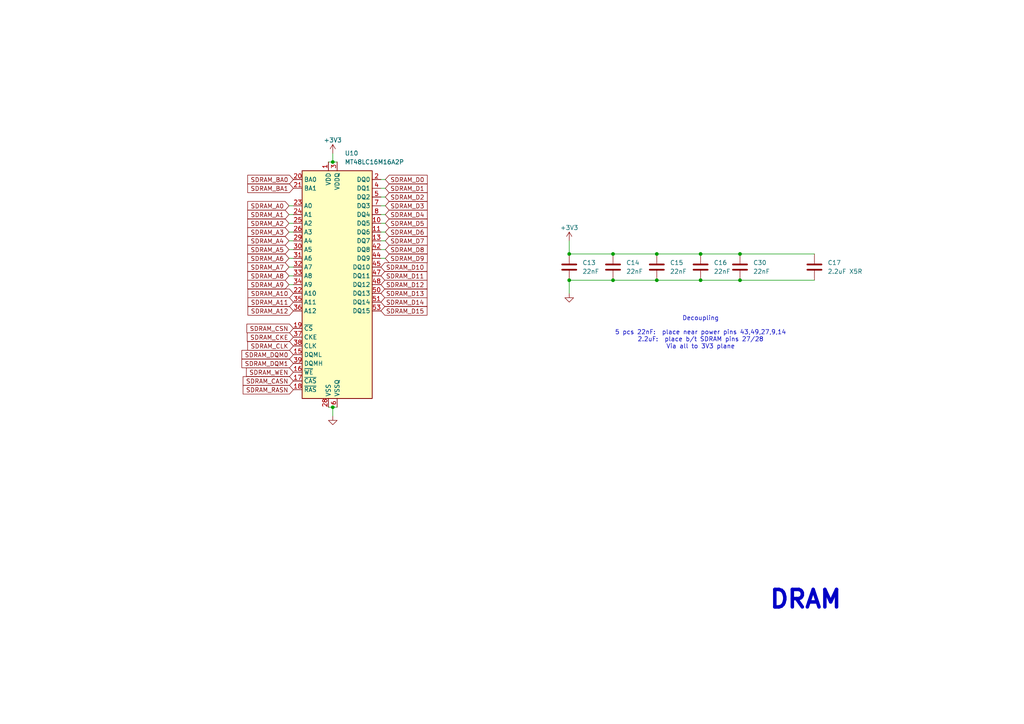
<source format=kicad_sch>
(kicad_sch (version 20231120) (generator "eeschema") (generator_version "8.0")
  (paper "A4")
  (lib_symbols
    (symbol "Device:C" (pin_numbers hide) (pin_names (offset 0.254))
      (property "Reference" "C" (at 0.635 2.54 0))
      (property "Value" "C" (at 0.635 -2.54 0))
      (symbol "C_0_1"
        (polyline (pts (xy -2.032 -0.762) (xy 2.032 -0.762)) (stroke (width 0.508)))
        (polyline (pts (xy -2.032 0.762) (xy 2.032 0.762)) (stroke (width 0.508)))
      )
      (symbol "C_1_1"
        (pin passive line (at 0 3.81 270) (length 2.794) (name "~") (number "1"))
        (pin passive line (at 0 -3.81 90) (length 2.794) (name "~") (number "2"))
      )
    )
    (symbol "Memory_RAM:MT48LC16M16A2P"
      (property "Reference" "U" (at -8.89 34.29 0))
      (property "Value" "MT48LC16M16A2P" (at 8.89 34.29 0))
      (symbol "MT48LC16M16A2P_0_1"
        (rectangle (start -10.16 33.02) (end 10.16 -33.02) (stroke (width 0.254)) (fill (type background)))
      )
      (symbol "MT48LC16M16A2P_1_1"
        (pin power_in line (at -2.54 35.56 270) (length 2.54) (name "VDD") (number "1"))
        (pin bidirectional line (at 12.7 17.78 180) (length 2.54) (name "DQ5") (number "10"))
        (pin bidirectional line (at 12.7 15.24 180) (length 2.54) (name "DQ6") (number "11"))
        (pin passive line (at 0 -35.56 90) (length 2.54) hide (name "VSSQ") (number "12"))
        (pin bidirectional line (at 12.7 12.7 180) (length 2.54) (name "DQ7") (number "13"))
        (pin passive line (at -2.54 35.56 270) (length 2.54) hide (name "VDD") (number "14"))
        (pin input line (at -12.7 -20.32 0) (length 2.54) (name "DQML") (number "15"))
        (pin input line (at -12.7 -25.4 0) (length 2.54) (name "~{WE}") (number "16"))
        (pin input line (at -12.7 -27.94 0) (length 2.54) (name "~{CAS}") (number "17"))
        (pin input line (at -12.7 -30.48 0) (length 2.54) (name "~{RAS}") (number "18"))
        (pin input line (at -12.7 -12.7 0) (length 2.54) (name "~{CS}") (number "19"))
        (pin bidirectional line (at 12.7 30.48 180) (length 2.54) (name "DQ0") (number "2"))
        (pin input line (at -12.7 30.48 0) (length 2.54) (name "BA0") (number "20"))
        (pin input line (at -12.7 27.94 0) (length 2.54) (name "BA1") (number "21"))
        (pin input line (at -12.7 -2.54 0) (length 2.54) (name "A10") (number "22"))
        (pin input line (at -12.7 22.86 0) (length 2.54) (name "A0") (number "23"))
        (pin input line (at -12.7 20.32 0) (length 2.54) (name "A1") (number "24"))
        (pin input line (at -12.7 17.78 0) (length 2.54) (name "A2") (number "25"))
        (pin input line (at -12.7 15.24 0) (length 2.54) (name "A3") (number "26"))
        (pin passive line (at -2.54 35.56 270) (length 2.54) hide (name "VDD") (number "27"))
        (pin power_in line (at -2.54 -35.56 90) (length 2.54) (name "VSS") (number "28"))
        (pin input line (at -12.7 12.7 0) (length 2.54) (name "A4") (number "29"))
        (pin power_in line (at 0 35.56 270) (length 2.54) (name "VDDQ") (number "3"))
        (pin input line (at -12.7 10.16 0) (length 2.54) (name "A5") (number "30"))
        (pin input line (at -12.7 7.62 0) (length 2.54) (name "A6") (number "31"))
        (pin input line (at -12.7 5.08 0) (length 2.54) (name "A7") (number "32"))
        (pin input line (at -12.7 2.54 0) (length 2.54) (name "A8") (number "33"))
        (pin input line (at -12.7 0 0) (length 2.54) (name "A9") (number "34"))
        (pin input line (at -12.7 -5.08 0) (length 2.54) (name "A11") (number "35"))
        (pin input line (at -12.7 -7.62 0) (length 2.54) (name "A12") (number "36"))
        (pin input line (at -12.7 -15.24 0) (length 2.54) (name "CKE") (number "37"))
        (pin input line (at -12.7 -17.78 0) (length 2.54) (name "CLK") (number "38"))
        (pin input line (at -12.7 -22.86 0) (length 2.54) (name "DQMH") (number "39"))
        (pin bidirectional line (at 12.7 27.94 180) (length 2.54) (name "DQ1") (number "4"))
        (pin no_connect line (at 10.16 -20.32 180) (length 2.54) hide (name "NC") (number "40"))
        (pin passive line (at -2.54 -35.56 90) (length 2.54) hide (name "VSS") (number "41"))
        (pin bidirectional line (at 12.7 10.16 180) (length 2.54) (name "DQ8") (number "42"))
        (pin passive line (at 0 35.56 270) (length 2.54) hide (name "VDDQ") (number "43"))
        (pin bidirectional line (at 12.7 7.62 180) (length 2.54) (name "DQ9") (number "44"))
        (pin bidirectional line (at 12.7 5.08 180) (length 2.54) (name "DQ10") (number "45"))
        (pin passive line (at 0 -35.56 90) (length 2.54) hide (name "VSSQ") (number "46"))
        (pin bidirectional line (at 12.7 2.54 180) (length 2.54) (name "DQ11") (number "47"))
        (pin bidirectional line (at 12.7 0 180) (length 2.54) (name "DQ12") (number "48"))
        (pin passive line (at 0 35.56 270) (length 2.54) hide (name "VDDQ") (number "49"))
        (pin bidirectional line (at 12.7 25.4 180) (length 2.54) (name "DQ2") (number "5"))
        (pin bidirectional line (at 12.7 -2.54 180) (length 2.54) (name "DQ13") (number "50"))
        (pin bidirectional line (at 12.7 -5.08 180) (length 2.54) (name "DQ14") (number "51"))
        (pin passive line (at 0 -35.56 90) (length 2.54) hide (name "VSSQ") (number "52"))
        (pin bidirectional line (at 12.7 -7.62 180) (length 2.54) (name "DQ15") (number "53"))
        (pin passive line (at -2.54 -35.56 90) (length 2.54) hide (name "VSS") (number "54"))
        (pin power_in line (at 0 -35.56 90) (length 2.54) (name "VSSQ") (number "6"))
        (pin bidirectional line (at 12.7 22.86 180) (length 2.54) (name "DQ3") (number "7"))
        (pin bidirectional line (at 12.7 20.32 180) (length 2.54) (name "DQ4") (number "8"))
        (pin passive line (at 0 35.56 270) (length 2.54) hide (name "VDDQ") (number "9"))
      )
    )
    (symbol "power:+3V3" (power) (pin_numbers hide) (pin_names (offset 0) hide)
      (property "Value" "+3V3" (at 0 3.556 0))
      (symbol "+3V3_0_1"
        (polyline (pts (xy -0.762 1.27) (xy 0 2.54)))
        (polyline (pts (xy 0 0) (xy 0 2.54)))
        (polyline (pts (xy 0 2.54) (xy 0.762 1.27)))
      )
      (symbol "+3V3_1_1"
        (pin power_in line (at 0 0 90) (length 0) (name "~") (number "1"))
      )
    )
    (symbol "power:GND" (power) (pin_numbers hide) (pin_names (offset 0) hide)
      (property "Value" "GND" (at 0 -3.81 0))
      (symbol "GND_0_1"
        (polyline (pts (xy 0 0) (xy 0 -1.27) (xy 1.27 -1.27) (xy 0 -2.54) (xy -1.27 -1.27) (xy 0 -1.27)))
      )
      (symbol "GND_1_1"
        (pin power_in line (at 0 0 270) (length 0) (name "~") (number "1"))
      )
    )
  )
  (junction (at 165.1 81.28))
  (junction (at 177.8 81.28))
  (junction (at 214.63 73.66))
  (junction (at 96.52 118.11))
  (junction (at 177.8 73.66))
  (junction (at 96.52 46.99))
  (junction (at 190.5 73.66))
  (junction (at 203.2 81.28))
  (junction (at 214.63 81.28))
  (junction (at 190.5 81.28))
  (junction (at 165.1 73.66))
  (junction (at 203.2 73.66))
  (wire (pts (xy 83.82 62.23) (xy 85.09 62.23)))
  (wire (pts (xy 97.79 118.11) (xy 96.52 118.11)))
  (wire (pts (xy 83.82 59.69) (xy 85.09 59.69)))
  (wire (pts (xy 96.52 44.45) (xy 96.52 46.99)))
  (wire (pts (xy 96.52 118.11) (xy 95.25 118.11)))
  (wire (pts (xy 111.76 54.61) (xy 110.49 54.61)))
  (wire (pts (xy 83.82 80.01) (xy 85.09 80.01)))
  (wire (pts (xy 165.1 81.28) (xy 177.8 81.28)))
  (wire (pts (xy 177.8 81.28) (xy 190.5 81.28)))
  (wire (pts (xy 165.1 85.09) (xy 165.1 81.28)))
  (wire (pts (xy 96.52 46.99) (xy 95.25 46.99)))
  (wire (pts (xy 83.82 67.31) (xy 85.09 67.31)))
  (wire (pts (xy 190.5 81.28) (xy 203.2 81.28)))
  (wire (pts (xy 83.82 69.85) (xy 85.09 69.85)))
  (wire (pts (xy 203.2 81.28) (xy 214.63 81.28)))
  (wire (pts (xy 165.1 73.66) (xy 177.8 73.66)))
  (wire (pts (xy 111.76 62.23) (xy 110.49 62.23)))
  (wire (pts (xy 177.8 73.66) (xy 190.5 73.66)))
  (wire (pts (xy 214.63 81.28) (xy 236.22 81.28)))
  (wire (pts (xy 111.76 64.77) (xy 110.49 64.77)))
  (wire (pts (xy 111.76 72.39) (xy 110.49 72.39)))
  (wire (pts (xy 111.76 69.85) (xy 110.49 69.85)))
  (wire (pts (xy 165.1 69.85) (xy 165.1 73.66)))
  (wire (pts (xy 111.76 57.15) (xy 110.49 57.15)))
  (wire (pts (xy 111.76 74.93) (xy 110.49 74.93)))
  (wire (pts (xy 111.76 52.07) (xy 110.49 52.07)))
  (wire (pts (xy 96.52 120.65) (xy 96.52 118.11)))
  (wire (pts (xy 97.79 46.99) (xy 96.52 46.99)))
  (wire (pts (xy 111.76 67.31) (xy 110.49 67.31)))
  (wire (pts (xy 111.76 59.69) (xy 110.49 59.69)))
  (wire (pts (xy 236.22 73.66) (xy 214.63 73.66)))
  (wire (pts (xy 83.82 77.47) (xy 85.09 77.47)))
  (wire (pts (xy 214.63 73.66) (xy 203.2 73.66)))
  (wire (pts (xy 190.5 73.66) (xy 203.2 73.66)))
  (wire (pts (xy 83.82 64.77) (xy 85.09 64.77)))
  (wire (pts (xy 83.82 74.93) (xy 85.09 74.93)))
  (wire (pts (xy 83.82 82.55) (xy 85.09 82.55)))
  (wire (pts (xy 83.82 72.39) (xy 85.09 72.39)))
  (text "DRAM" (at 233.68 173.99 0) (effects (font (size 5.08 5.08) (bold yes))))
  (text "Decoupling\n\n5 pcs 22nF:  place near power pins 43,49,27,9,14\n2.2uF:  place b/t SDRAM pins 27/28\nVia all to 3V3 plane" (at 203.2 96.52 0) (effects (font (size 1.27 1.27))))
  (global_label "SDRAM_A9" (shape input) (at 83.82 82.55 180) (property "Intersheetrefs" "${INTERSHEET_REFS}" (effects (hide yes))))
  (global_label "SDRAM_D5" (shape input) (at 111.76 64.77 0) (property "Intersheetrefs" "${INTERSHEET_REFS}" (effects (hide yes))))
  (global_label "SDRAM_A3" (shape input) (at 83.82 67.31 180) (property "Intersheetrefs" "${INTERSHEET_REFS}" (effects (hide yes))))
  (global_label "SDRAM_CSN" (shape input) (at 85.09 95.25 180) (property "Intersheetrefs" "${INTERSHEET_REFS}" (effects (hide yes))))
  (global_label "SDRAM_CLK" (shape input) (at 85.09 100.33 180) (property "Intersheetrefs" "${INTERSHEET_REFS}" (effects (hide yes))))
  (global_label "SDRAM_D6" (shape input) (at 111.76 67.31 0) (property "Intersheetrefs" "${INTERSHEET_REFS}" (effects (hide yes))))
  (global_label "SDRAM_DQM0" (shape input) (at 85.09 102.87 180) (property "Intersheetrefs" "${INTERSHEET_REFS}" (effects (hide yes))))
  (global_label "SDRAM_D3" (shape input) (at 111.76 59.69 0) (property "Intersheetrefs" "${INTERSHEET_REFS}" (effects (hide yes))))
  (global_label "SDRAM_A7" (shape input) (at 83.82 77.47 180) (property "Intersheetrefs" "${INTERSHEET_REFS}" (effects (hide yes))))
  (global_label "SDRAM_WEN" (shape input) (at 85.09 107.95 180) (property "Intersheetrefs" "${INTERSHEET_REFS}" (effects (hide yes))))
  (global_label "SDRAM_D9" (shape input) (at 111.76 74.93 0) (property "Intersheetrefs" "${INTERSHEET_REFS}" (effects (hide yes))))
  (global_label "SDRAM_D2" (shape input) (at 111.76 57.15 0) (property "Intersheetrefs" "${INTERSHEET_REFS}" (effects (hide yes))))
  (global_label "SDRAM_A10" (shape input) (at 85.09 85.09 180) (property "Intersheetrefs" "${INTERSHEET_REFS}" (effects (hide yes))))
  (global_label "SDRAM_A8" (shape input) (at 83.82 80.01 180) (property "Intersheetrefs" "${INTERSHEET_REFS}" (effects (hide yes))))
  (global_label "SDRAM_BA0" (shape input) (at 85.09 52.07 180) (property "Intersheetrefs" "${INTERSHEET_REFS}" (effects (hide yes))))
  (global_label "SDRAM_A6" (shape input) (at 83.82 74.93 180) (property "Intersheetrefs" "${INTERSHEET_REFS}" (effects (hide yes))))
  (global_label "SDRAM_BA1" (shape input) (at 85.09 54.61 180) (property "Intersheetrefs" "${INTERSHEET_REFS}" (effects (hide yes))))
  (global_label "SDRAM_A2" (shape input) (at 83.82 64.77 180) (property "Intersheetrefs" "${INTERSHEET_REFS}" (effects (hide yes))))
  (global_label "SDRAM_D4" (shape input) (at 111.76 62.23 0) (property "Intersheetrefs" "${INTERSHEET_REFS}" (effects (hide yes))))
  (global_label "SDRAM_D14" (shape input) (at 110.49 87.63 0) (property "Intersheetrefs" "${INTERSHEET_REFS}" (effects (hide yes))))
  (global_label "SDRAM_D15" (shape input) (at 110.49 90.17 0) (property "Intersheetrefs" "${INTERSHEET_REFS}" (effects (hide yes))))
  (global_label "SDRAM_D7" (shape input) (at 111.76 69.85 0) (property "Intersheetrefs" "${INTERSHEET_REFS}" (effects (hide yes))))
  (global_label "SDRAM_A11" (shape input) (at 85.09 87.63 180) (property "Intersheetrefs" "${INTERSHEET_REFS}" (effects (hide yes))))
  (global_label "SDRAM_D8" (shape input) (at 111.76 72.39 0) (property "Intersheetrefs" "${INTERSHEET_REFS}" (effects (hide yes))))
  (global_label "SDRAM_A1" (shape input) (at 83.82 62.23 180) (property "Intersheetrefs" "${INTERSHEET_REFS}" (effects (hide yes))))
  (global_label "SDRAM_D11" (shape input) (at 110.49 80.01 0) (property "Intersheetrefs" "${INTERSHEET_REFS}" (effects (hide yes))))
  (global_label "SDRAM_DQM1" (shape input) (at 85.09 105.41 180) (property "Intersheetrefs" "${INTERSHEET_REFS}" (effects (hide yes))))
  (global_label "SDRAM_A4" (shape input) (at 83.82 69.85 180) (property "Intersheetrefs" "${INTERSHEET_REFS}" (effects (hide yes))))
  (global_label "SDRAM_RASN" (shape input) (at 85.09 113.03 180) (property "Intersheetrefs" "${INTERSHEET_REFS}" (effects (hide yes))))
  (global_label "SDRAM_D13" (shape input) (at 110.49 85.09 0) (property "Intersheetrefs" "${INTERSHEET_REFS}" (effects (hide yes))))
  (global_label "SDRAM_A5" (shape input) (at 83.82 72.39 180) (property "Intersheetrefs" "${INTERSHEET_REFS}" (effects (hide yes))))
  (global_label "SDRAM_A12" (shape input) (at 85.09 90.17 180) (property "Intersheetrefs" "${INTERSHEET_REFS}" (effects (hide yes))))
  (global_label "SDRAM_CKE" (shape input) (at 85.09 97.79 180) (property "Intersheetrefs" "${INTERSHEET_REFS}" (effects (hide yes))))
  (global_label "SDRAM_D1" (shape input) (at 111.76 54.61 0) (property "Intersheetrefs" "${INTERSHEET_REFS}" (effects (hide yes))))
  (global_label "SDRAM_CASN" (shape input) (at 85.09 110.49 180) (property "Intersheetrefs" "${INTERSHEET_REFS}" (effects (hide yes))))
  (global_label "SDRAM_D12" (shape input) (at 110.49 82.55 0) (property "Intersheetrefs" "${INTERSHEET_REFS}" (effects (hide yes))))
  (global_label "SDRAM_D10" (shape input) (at 110.49 77.47 0) (property "Intersheetrefs" "${INTERSHEET_REFS}" (effects (hide yes))))
  (global_label "SDRAM_D0" (shape input) (at 111.76 52.07 0) (property "Intersheetrefs" "${INTERSHEET_REFS}" (effects (hide yes))))
  (global_label "SDRAM_A0" (shape input) (at 83.82 59.69 180) (property "Intersheetrefs" "${INTERSHEET_REFS}" (effects (hide yes))))
  (symbol (lib_id "Device:C") (at 214.63 77.47 0) (unit 1)
    (property "Reference" "C30" (at 218.44 76.2 0) (effects (justify left)))
    (property "Value" "22nF" (at 218.44 78.74 0) (effects (justify left)))
    (property "Footprint" "GCM188R72A223KA37J:CAPC1608X90N" (effects (hide yes)))
    (property "Datasheet" "https://search.murata.co.jp/Ceramy/image/img/A01X/G101/ENG/GCM188R72A223KA37-01.pdf" (effects (hide yes)))
    (property "Description" "CAP CER 0.022UF 100V X7R 0603" (effects (hide yes)))
    (property "Digikey" "https://www.digikey.com/en/products/detail/murata-electronics/GCM188R72A223KA37J/2591966" (effects (hide yes)))
    (property "MPN" "GCM188R72A223KA37J" (effects (hide yes)))
    (property "Mfgr" "Murata Electronics" (effects (hide yes)))
  )
  (symbol (lib_id "Device:C") (at 177.8 77.47 0) (unit 1)
    (property "Reference" "C14" (at 181.61 76.2 0) (effects (justify left)))
    (property "Value" "22nF" (at 181.61 78.74 0) (effects (justify left)))
    (property "Footprint" "GCM188R72A223KA37J:CAPC1608X90N" (effects (hide yes)))
    (property "Datasheet" "https://search.murata.co.jp/Ceramy/image/img/A01X/G101/ENG/GCM188R72A223KA37-01.pdf" (effects (hide yes)))
    (property "Description" "CAP CER 0.022UF 100V X7R 0603" (effects (hide yes)))
    (property "Digikey" "https://www.digikey.com/en/products/detail/murata-electronics/GCM188R72A223KA37J/2591966" (effects (hide yes)))
    (property "MPN" "GCM188R72A223KA37J" (effects (hide yes)))
    (property "Mfgr" "Murata Electronics" (effects (hide yes)))
  )
  (symbol (lib_id "power:+3V3") (at 165.1 69.85 0) (unit 1)
    (property "Reference" "#PWR055" (effects (hide yes)))
    (property "Value" "+3V3" (at 165.1 66.04 0))
    (property "Description" "Power symbol creates a global label with name \"+3V3\"" (effects (hide yes)))
  )
  (symbol (lib_id "power:GND") (at 165.1 85.09 0) (unit 1)
    (property "Reference" "#PWR056" (effects (hide yes)))
    (property "Value" "GND" (effects (hide yes)))
    (property "Description" "Power symbol creates a global label with name \"GND\" , ground" (effects (hide yes)))
  )
  (symbol (lib_id "Device:C") (at 190.5 77.47 0) (unit 1)
    (property "Reference" "C15" (at 194.31 76.2 0) (effects (justify left)))
    (property "Value" "22nF" (at 194.31 78.74 0) (effects (justify left)))
    (property "Footprint" "GCM188R72A223KA37J:CAPC1608X90N" (effects (hide yes)))
    (property "Datasheet" "https://search.murata.co.jp/Ceramy/image/img/A01X/G101/ENG/GCM188R72A223KA37-01.pdf" (effects (hide yes)))
    (property "Description" "CAP CER 0.022UF 100V X7R 0603" (effects (hide yes)))
    (property "Digikey" "https://www.digikey.com/en/products/detail/murata-electronics/GCM188R72A223KA37J/2591966" (effects (hide yes)))
    (property "MPN" "GCM188R72A223KA37J" (effects (hide yes)))
    (property "Mfgr" "Murata Electronics" (effects (hide yes)))
  )
  (symbol (lib_id "Memory_RAM:MT48LC16M16A2P") (at 97.79 82.55 0) (unit 1)
    (property "Reference" "U10" (at 99.9841 44.45 0) (effects (justify left)))
    (property "Value" "MT48LC16M16A2P" (at 99.9841 46.99 0) (effects (justify left)))
    (property "Footprint" "Package_SO:TSOP-II-54_22.2x10.16mm_P0.8mm" (effects (hide yes)))
    (property "Datasheet" "https://mm.digikey.com/Volume0/opasdata/d220001/medias/docus/399/MT48LCxxM4%2C8%2C16A2.pdf" (effects (hide yes)))
    (property "Description" "256M – (16M x 16 bit) Synchronous DRAM (SDRAM), TSOP-II-54" (effects (hide yes)))
    (property "Mouser" "https://www.mouser.com/ProductDetail/Micron/MT48LC16M16A2P-6AG?qs=rrS6PyfT74f%252BYTFlBRKlvg%3D%3D" (effects (hide yes)))
    (property "Digikey" "https://www.digikey.com/en/products/detail/micron-technology-inc/MT48LC16M16A2P-6A-G/4315922" (effects (hide yes)))
    (property "Mfgr" "Micron Technology Inc." (effects (hide yes)))
    (property "MPN" "MT48LC16M16A2P-6A:G" (effects (hide yes)))
  )
  (symbol (lib_id "Device:C") (at 236.22 77.47 0) (unit 1)
    (property "Reference" "C17" (at 240.03 76.2 0) (effects (justify left)))
    (property "Value" "2.2uF X5R" (at 240.03 78.74 0) (effects (justify left)))
    (property "Footprint" "GRM188R61E225KA12D:CAP_GRM188R61E225KA12D_MUR-L" (effects (hide yes)))
    (property "Datasheet" "https://search.murata.co.jp/Ceramy/image/img/A01X/G101/ENG/GRM188R61E225KA12-01.pdf" (effects (hide yes)))
    (property "Description" "CAP CER 2.2UF 25V X5R 0603" (effects (hide yes)))
    (property "Digikey" "https://www.digikey.com/en/products/detail/murata-electronics/GRM188R61E225KA12D/4905349" (effects (hide yes)))
    (property "MPN" "GRM188R61E225KA12D" (effects (hide yes)))
    (property "Mfgr" "Murata Electronics" (effects (hide yes)))
  )
  (symbol (lib_id "Device:C") (at 203.2 77.47 0) (unit 1)
    (property "Reference" "C16" (at 207.01 76.2 0) (effects (justify left)))
    (property "Value" "22nF" (at 207.01 78.74 0) (effects (justify left)))
    (property "Footprint" "GCM188R72A223KA37J:CAPC1608X90N" (effects (hide yes)))
    (property "Datasheet" "https://search.murata.co.jp/Ceramy/image/img/A01X/G101/ENG/GCM188R72A223KA37-01.pdf" (effects (hide yes)))
    (property "Description" "CAP CER 0.022UF 100V X7R 0603" (effects (hide yes)))
    (property "Digikey" "https://www.digikey.com/en/products/detail/murata-electronics/GCM188R72A223KA37J/2591966" (effects (hide yes)))
    (property "MPN" "GCM188R72A223KA37J" (effects (hide yes)))
    (property "Mfgr" "Murata Electronics" (effects (hide yes)))
  )
  (symbol (lib_id "Device:C") (at 165.1 77.47 0) (unit 1)
    (property "Reference" "C13" (at 168.91 76.2 0) (effects (justify left)))
    (property "Value" "22nF" (at 168.91 78.74 0) (effects (justify left)))
    (property "Footprint" "GCM188R72A223KA37J:CAPC1608X90N" (effects (hide yes)))
    (property "Datasheet" "https://search.murata.co.jp/Ceramy/image/img/A01X/G101/ENG/GCM188R72A223KA37-01.pdf" (effects (hide yes)))
    (property "Description" "CAP CER 0.022UF 100V X7R 0603" (effects (hide yes)))
    (property "Digikey" "https://www.digikey.com/en/products/detail/murata-electronics/GCM188R72A223KA37J/2591966" (effects (hide yes)))
    (property "MPN" "GCM188R72A223KA37J" (effects (hide yes)))
    (property "Mfgr" "Murata Electronics" (effects (hide yes)))
  )
  (symbol (lib_id "power:GND") (at 96.52 120.65 0) (unit 1)
    (property "Reference" "#PWR053" (effects (hide yes)))
    (property "Value" "GND" (effects (hide yes)))
    (property "Description" "Power symbol creates a global label with name \"GND\" , ground" (effects (hide yes)))
  )
  (symbol (lib_id "power:+3V3") (at 96.52 44.45 0) (unit 1)
    (property "Reference" "#PWR054" (effects (hide yes)))
    (property "Value" "+3V3" (at 96.52 40.64 0))
    (property "Description" "Power symbol creates a global label with name \"+3V3\"" (effects (hide yes)))
  )
)
</source>
